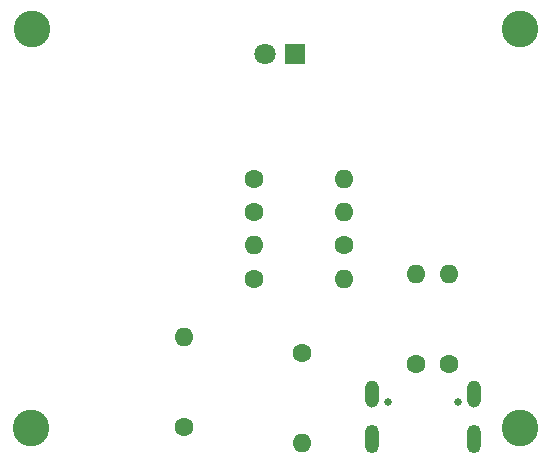
<source format=gbs>
%TF.GenerationSoftware,KiCad,Pcbnew,7.0.5*%
%TF.CreationDate,2023-07-26T15:19:29-04:00*%
%TF.ProjectId,GPSPCB,47505350-4342-42e6-9b69-6361645f7063,00*%
%TF.SameCoordinates,Original*%
%TF.FileFunction,Soldermask,Bot*%
%TF.FilePolarity,Negative*%
%FSLAX46Y46*%
G04 Gerber Fmt 4.6, Leading zero omitted, Abs format (unit mm)*
G04 Created by KiCad (PCBNEW 7.0.5) date 2023-07-26 15:19:29*
%MOMM*%
%LPD*%
G01*
G04 APERTURE LIST*
%ADD10C,1.600000*%
%ADD11O,1.600000X1.600000*%
%ADD12R,1.800000X1.800000*%
%ADD13C,1.800000*%
%ADD14C,3.100000*%
%ADD15O,1.200000X2.400000*%
%ADD16O,1.158000X2.316000*%
%ADD17C,0.630000*%
%ADD18C,0.600000*%
G04 APERTURE END LIST*
D10*
%TO.C,L3*%
X69530000Y-69230000D03*
D11*
X69530000Y-61610000D03*
%TD*%
D12*
%TO.C,D2*%
X59357500Y-43052500D03*
D13*
X56817500Y-43052500D03*
%TD*%
D14*
%TO.C,H4*%
X37010000Y-74660000D03*
%TD*%
D15*
%TO.C,J1*%
X74480000Y-75600000D03*
X65840000Y-75600000D03*
D16*
X74480000Y-71775000D03*
X65840000Y-71775000D03*
D17*
X73160000Y-72500000D03*
D18*
X73160000Y-72500000D03*
D17*
X67160000Y-72500000D03*
%TD*%
D10*
%TO.C,L2*%
X55890000Y-62080000D03*
D11*
X63510000Y-62080000D03*
%TD*%
D14*
%TO.C,H2*%
X78370000Y-40940000D03*
%TD*%
D10*
%TO.C,Le*%
X63510000Y-59200000D03*
D11*
X55890000Y-59200000D03*
%TD*%
D10*
%TO.C,L7*%
X55870000Y-53590000D03*
D11*
X63490000Y-53590000D03*
%TD*%
D10*
%TO.C,L4*%
X72374315Y-69240000D03*
D11*
X72374315Y-61620000D03*
%TD*%
%TO.C,L1*%
X59907500Y-75995000D03*
D10*
X59907500Y-68375000D03*
%TD*%
D14*
%TO.C,H3*%
X78360000Y-74660000D03*
%TD*%
D10*
%TO.C,L8*%
X49910000Y-74630000D03*
D11*
X49910000Y-67010000D03*
%TD*%
D14*
%TO.C,H1*%
X37030000Y-40940000D03*
%TD*%
D10*
%TO.C,L5*%
X55880000Y-56410000D03*
D11*
X63500000Y-56410000D03*
%TD*%
M02*

</source>
